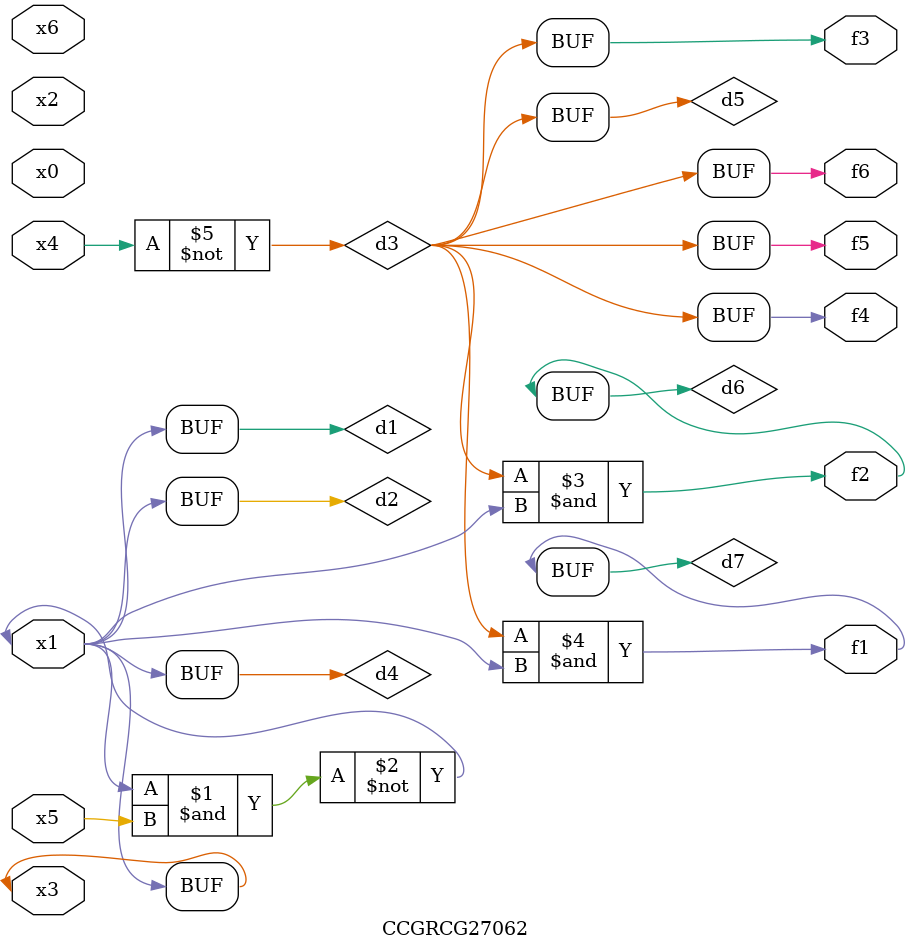
<source format=v>
module CCGRCG27062(
	input x0, x1, x2, x3, x4, x5, x6,
	output f1, f2, f3, f4, f5, f6
);

	wire d1, d2, d3, d4, d5, d6, d7;

	buf (d1, x1, x3);
	nand (d2, x1, x5);
	not (d3, x4);
	buf (d4, d1, d2);
	buf (d5, d3);
	and (d6, d3, d4);
	and (d7, d3, d4);
	assign f1 = d7;
	assign f2 = d6;
	assign f3 = d5;
	assign f4 = d5;
	assign f5 = d5;
	assign f6 = d5;
endmodule

</source>
